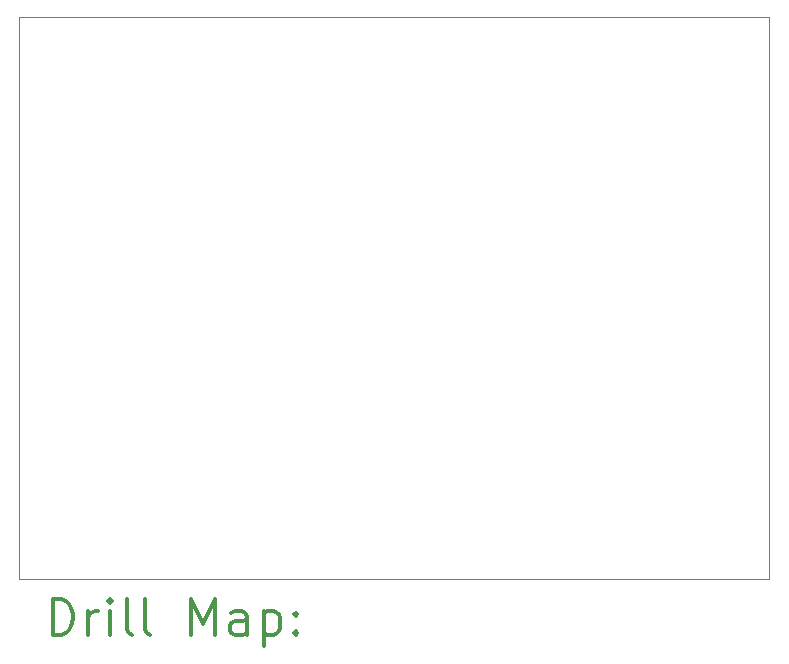
<source format=gbr>
%FSLAX45Y45*%
G04 Gerber Fmt 4.5, Leading zero omitted, Abs format (unit mm)*
G04 Created by KiCad (PCBNEW (5.0.2)-1) date 04/22/19 21:16:26*
%MOMM*%
%LPD*%
G01*
G04 APERTURE LIST*
%ADD10C,0.100000*%
%ADD11C,0.200000*%
%ADD12C,0.300000*%
G04 APERTURE END LIST*
D10*
X9271000Y-7493000D02*
X2921000Y-7493000D01*
X9271000Y-2730500D02*
X9271000Y-7493000D01*
X2921000Y-2730500D02*
X9271000Y-2730500D01*
X2921000Y-7493000D02*
X2921000Y-2730500D01*
D11*
D12*
X3202428Y-7963714D02*
X3202428Y-7663714D01*
X3273857Y-7663714D01*
X3316714Y-7678000D01*
X3345286Y-7706571D01*
X3359571Y-7735143D01*
X3373857Y-7792286D01*
X3373857Y-7835143D01*
X3359571Y-7892286D01*
X3345286Y-7920857D01*
X3316714Y-7949429D01*
X3273857Y-7963714D01*
X3202428Y-7963714D01*
X3502428Y-7963714D02*
X3502428Y-7763714D01*
X3502428Y-7820857D02*
X3516714Y-7792286D01*
X3531000Y-7778000D01*
X3559571Y-7763714D01*
X3588143Y-7763714D01*
X3688143Y-7963714D02*
X3688143Y-7763714D01*
X3688143Y-7663714D02*
X3673857Y-7678000D01*
X3688143Y-7692286D01*
X3702428Y-7678000D01*
X3688143Y-7663714D01*
X3688143Y-7692286D01*
X3873857Y-7963714D02*
X3845286Y-7949429D01*
X3831000Y-7920857D01*
X3831000Y-7663714D01*
X4031000Y-7963714D02*
X4002428Y-7949429D01*
X3988143Y-7920857D01*
X3988143Y-7663714D01*
X4373857Y-7963714D02*
X4373857Y-7663714D01*
X4473857Y-7878000D01*
X4573857Y-7663714D01*
X4573857Y-7963714D01*
X4845286Y-7963714D02*
X4845286Y-7806571D01*
X4831000Y-7778000D01*
X4802428Y-7763714D01*
X4745286Y-7763714D01*
X4716714Y-7778000D01*
X4845286Y-7949429D02*
X4816714Y-7963714D01*
X4745286Y-7963714D01*
X4716714Y-7949429D01*
X4702428Y-7920857D01*
X4702428Y-7892286D01*
X4716714Y-7863714D01*
X4745286Y-7849429D01*
X4816714Y-7849429D01*
X4845286Y-7835143D01*
X4988143Y-7763714D02*
X4988143Y-8063714D01*
X4988143Y-7778000D02*
X5016714Y-7763714D01*
X5073857Y-7763714D01*
X5102428Y-7778000D01*
X5116714Y-7792286D01*
X5131000Y-7820857D01*
X5131000Y-7906571D01*
X5116714Y-7935143D01*
X5102428Y-7949429D01*
X5073857Y-7963714D01*
X5016714Y-7963714D01*
X4988143Y-7949429D01*
X5259571Y-7935143D02*
X5273857Y-7949429D01*
X5259571Y-7963714D01*
X5245286Y-7949429D01*
X5259571Y-7935143D01*
X5259571Y-7963714D01*
X5259571Y-7778000D02*
X5273857Y-7792286D01*
X5259571Y-7806571D01*
X5245286Y-7792286D01*
X5259571Y-7778000D01*
X5259571Y-7806571D01*
M02*

</source>
